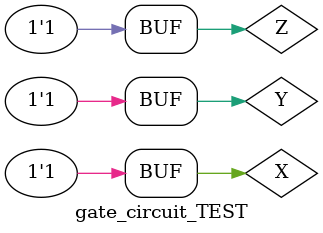
<source format=v>
`timescale 1ns / 1ps


module gate_circuit(X, Y, Z, F);
    input X, Y, Z;
    output F;
    and and1 (XandY, X, Y);
    and and2 (YandZ, Y, Z);
    not not1 (Y_n, Y);
    nor nor1 (XandY_nor_Y_n, XandY, Y_n);
    or or1(F, XandY_nor_Y_n, YandZ);
endmodule


module gate_circuit_TEST;
    reg X, Y, Z;
    wire F;
    gate_circuit gate_circuit_test(.X(X), .Y(Y), .Z(Z), .F(F));
        initial begin;
            X=0;Y=0;Z=0;#20;
            X=0;Y=0;Z=1;#20;
            X=0;Y=1;Z=0;#20;
            X=0;Y=1;Z=1;#20;
            X=1;Y=0;Z=0;#20;
            X=1;Y=0;Z=1;#20;
            X=1;Y=1;Z=0;#20;
            X=1;Y=1;Z=1;#20;
        end
endmodule
</source>
